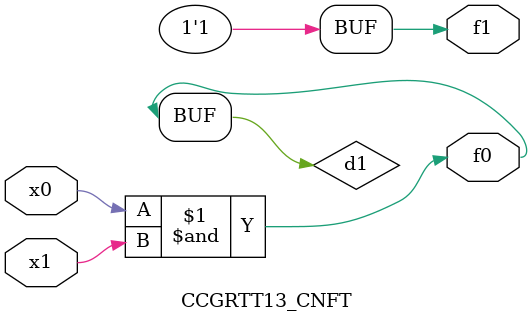
<source format=v>
module CCGRTT13_CNFT(
	input x0, x1,
	output f0, f1
);

	wire d1;

	assign f0 = d1;
	and (d1, x0, x1);
	assign f1 = 1'b1;
endmodule

</source>
